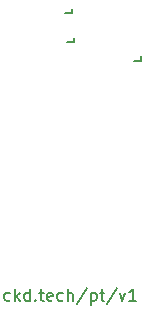
<source format=gto>
G04 #@! TF.FileFunction,Legend,Top*
%FSLAX46Y46*%
G04 Gerber Fmt 4.6, Leading zero omitted, Abs format (unit mm)*
G04 Created by KiCad (PCBNEW (2015-11-03 BZR 6296)-product) date Tuesday, November 10, 2015 'PMt' 09:20:05 PM*
%MOMM*%
G01*
G04 APERTURE LIST*
%ADD10C,0.100000*%
%ADD11C,0.150000*%
G04 APERTURE END LIST*
D10*
D11*
X154434762Y-119194762D02*
X154339524Y-119242381D01*
X154149047Y-119242381D01*
X154053809Y-119194762D01*
X154006190Y-119147143D01*
X153958571Y-119051905D01*
X153958571Y-118766190D01*
X154006190Y-118670952D01*
X154053809Y-118623333D01*
X154149047Y-118575714D01*
X154339524Y-118575714D01*
X154434762Y-118623333D01*
X154863333Y-119242381D02*
X154863333Y-118242381D01*
X154958571Y-118861429D02*
X155244286Y-119242381D01*
X155244286Y-118575714D02*
X154863333Y-118956667D01*
X156101429Y-119242381D02*
X156101429Y-118242381D01*
X156101429Y-119194762D02*
X156006191Y-119242381D01*
X155815714Y-119242381D01*
X155720476Y-119194762D01*
X155672857Y-119147143D01*
X155625238Y-119051905D01*
X155625238Y-118766190D01*
X155672857Y-118670952D01*
X155720476Y-118623333D01*
X155815714Y-118575714D01*
X156006191Y-118575714D01*
X156101429Y-118623333D01*
X156577619Y-119147143D02*
X156625238Y-119194762D01*
X156577619Y-119242381D01*
X156530000Y-119194762D01*
X156577619Y-119147143D01*
X156577619Y-119242381D01*
X156910952Y-118575714D02*
X157291904Y-118575714D01*
X157053809Y-118242381D02*
X157053809Y-119099524D01*
X157101428Y-119194762D01*
X157196666Y-119242381D01*
X157291904Y-119242381D01*
X158006191Y-119194762D02*
X157910953Y-119242381D01*
X157720476Y-119242381D01*
X157625238Y-119194762D01*
X157577619Y-119099524D01*
X157577619Y-118718571D01*
X157625238Y-118623333D01*
X157720476Y-118575714D01*
X157910953Y-118575714D01*
X158006191Y-118623333D01*
X158053810Y-118718571D01*
X158053810Y-118813810D01*
X157577619Y-118909048D01*
X158910953Y-119194762D02*
X158815715Y-119242381D01*
X158625238Y-119242381D01*
X158530000Y-119194762D01*
X158482381Y-119147143D01*
X158434762Y-119051905D01*
X158434762Y-118766190D01*
X158482381Y-118670952D01*
X158530000Y-118623333D01*
X158625238Y-118575714D01*
X158815715Y-118575714D01*
X158910953Y-118623333D01*
X159339524Y-119242381D02*
X159339524Y-118242381D01*
X159768096Y-119242381D02*
X159768096Y-118718571D01*
X159720477Y-118623333D01*
X159625239Y-118575714D01*
X159482381Y-118575714D01*
X159387143Y-118623333D01*
X159339524Y-118670952D01*
X160958572Y-118194762D02*
X160101429Y-119480476D01*
X161291905Y-118575714D02*
X161291905Y-119575714D01*
X161291905Y-118623333D02*
X161387143Y-118575714D01*
X161577620Y-118575714D01*
X161672858Y-118623333D01*
X161720477Y-118670952D01*
X161768096Y-118766190D01*
X161768096Y-119051905D01*
X161720477Y-119147143D01*
X161672858Y-119194762D01*
X161577620Y-119242381D01*
X161387143Y-119242381D01*
X161291905Y-119194762D01*
X162053810Y-118575714D02*
X162434762Y-118575714D01*
X162196667Y-118242381D02*
X162196667Y-119099524D01*
X162244286Y-119194762D01*
X162339524Y-119242381D01*
X162434762Y-119242381D01*
X163482382Y-118194762D02*
X162625239Y-119480476D01*
X163720477Y-118575714D02*
X163958572Y-119242381D01*
X164196668Y-118575714D01*
X165101430Y-119242381D02*
X164530001Y-119242381D01*
X164815715Y-119242381D02*
X164815715Y-118242381D01*
X164720477Y-118385238D01*
X164625239Y-118480476D01*
X164530001Y-118528095D01*
X159109620Y-94920560D02*
X159678580Y-94920560D01*
X159678580Y-94920560D02*
X159678580Y-94509080D01*
X164947700Y-98920560D02*
X165516660Y-98920560D01*
X165516660Y-98920560D02*
X165516660Y-98509080D01*
X159259620Y-97370560D02*
X159828580Y-97370560D01*
X159828580Y-97370560D02*
X159828580Y-96959080D01*
M02*

</source>
